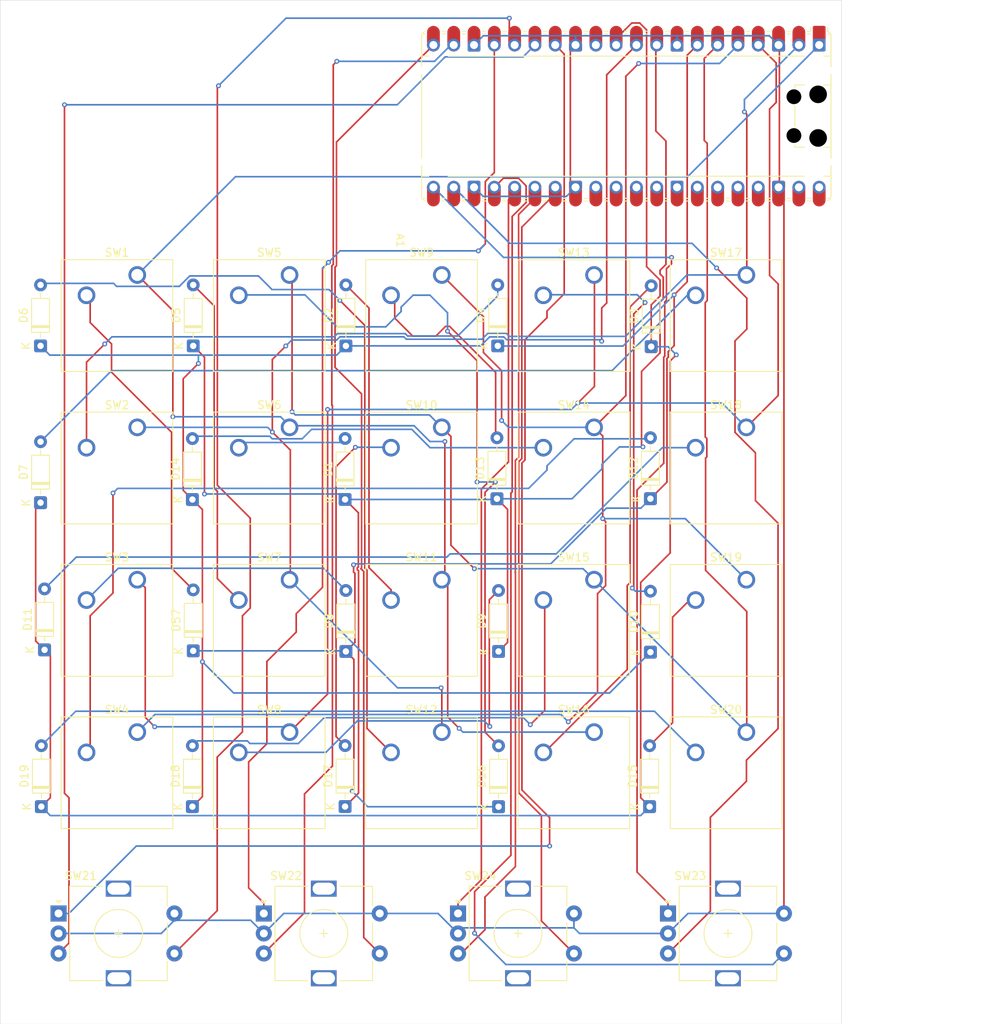
<source format=kicad_pcb>
(kicad_pcb (version 20241229) (generator "pcbnew") (generator_version "9.0")
  (layers (0 "F.Cu" signal) (2 "B.Cu" signal) (13 "F.Paste" user) (15 "B.Paste" user) (5 "F.SilkS" user "F.Silkscreen") (7 "B.SilkS" user "B.Silkscreen") (1 "F.Mask" user) (3 "B.Mask" user) (25 "Edge.Cuts" user))
  (net 0 "")
  (net 1 "GPIO13")
  (net 2 "COLUMN 2")
  (net 4 "GPIO21")
  (net 5 "ROW 1")
  (net 6 "GPIO10")
  (net 8 "COLUMN 0")
  (net 9 "GPIO20")
  (net 11 "GPIO14")
  (net 12 "ROW 3")
  (net 13 "COLUMN 1")
  (net 14 "ROW 2")
  (net 15 "COLUMN 3")
  (net 16 "GPIO11")
  (net 17 "GPIO16")
  (net 18 "GPIO17")
  (net 19 "GND")
  (net 20 "GPIO18")
  (net 23 "ROW 0")
  (net 24 "COLUMN 4")
  (net 26 "GPIO15")
  (net 28 "GPIO12")
  (net 36 "GPIO19")
  (net 41 "Net-(D1-A)")
  (net 42 "Net-(D2-A)")
  (net 43 "Net-(D3-A)")
  (net 44 "Net-(D4-A)")
  (net 45 "Net-(D5-A)")
  (net 46 "Net-(D6-A)")
  (net 47 "Net-(D7-A)")
  (net 48 "Net-(D8-A)")
  (net 49 "Net-(D9-A)")
  (net 50 "Net-(D10-A)")
  (net 51 "Net-(D11-A)")
  (net 52 "Net-(D12-A)")
  (net 53 "Net-(D13-A)")
  (net 54 "Net-(D14-A)")
  (net 55 "Net-(D15-A)")
  (net 56 "Net-(D16-A)")
  (net 57 "Net-(D17-A)")
  (net 58 "Net-(D18-A)")
  (net 59 "Net-(D19-A)")
  (net 60 "Net-(D57-A)")
  (footprint "Diode_THT:D_DO-35_SOD27_P7.62mm_Horizontal" (layer "F.Cu") (at 249.0975 203.295 90)
    (property "Reference" "D5")
    (property "Value" "D_Small")
  )
  (footprint "Button_Switch_Keyboard:SW_Cherry_MX_1.00u_PCB" (layer "F.Cu") (at 318.3 194.43)
    (property "Reference" "SW17")
    (property "Value" "SW_Push_45deg")
  )
  (footprint "Diode_THT:D_DO-35_SOD27_P7.62mm_Horizontal" (layer "F.Cu") (at 306.2975 222.395 90)
    (property "Reference" "D12")
    (property "Value" "D_Small")
  )
  (footprint "Diode_THT:D_DO-35_SOD27_P7.62mm_Horizontal" (layer "F.Cu") (at 268.1975 241.495 90)
    (property "Reference" "D8")
    (property "Value" "D_Small")
  )
  (footprint "Button_Switch_Keyboard:SW_Cherry_MX_1.00u_PCB" (layer "F.Cu") (at 242.1 232.53)
    (property "Reference" "SW3")
    (property "Value" "SW_Push_45deg")
  )
  (footprint "Diode_THT:D_DO-35_SOD27_P7.62mm_Horizontal" (layer "F.Cu") (at 248.9975 222.505 90)
    (property "Reference" "D14")
    (property "Value" "D_Small")
  )
  (footprint "Diode_THT:D_DO-35_SOD27_P7.62mm_Horizontal" (layer "F.Cu") (at 287.2975 241.495 90)
    (property "Reference" "D9")
    (property "Value" "D_Small")
  )
  (footprint "Diode_THT:D_DO-35_SOD27_P7.62mm_Horizontal" (layer "F.Cu") (at 230.4975 241.295 90)
    (property "Reference" "D11")
    (property "Value" "D_Small")
  )
  (footprint "Diode_THT:D_DO-35_SOD27_P7.62mm_Horizontal" (layer "F.Cu") (at 287.0975 222.405 90)
    (property "Reference" "D13")
    (property "Value" "D_Small")
  )
  (footprint "Diode_THT:D_DO-35_SOD27_P7.62mm_Horizontal" (layer "F.Cu") (at 287.1975 203.295 90)
    (property "Reference" "D4")
    (property "Value" "D_Small")
  )
  (footprint "Button_Switch_Keyboard:SW_Cherry_MX_1.00u_PCB" (layer "F.Cu") (at 318.3 213.48)
    (property "Reference" "SW18")
    (property "Value" "SW_Push_45deg")
  )
  (footprint "Button_Switch_Keyboard:SW_Cherry_MX_1.00u_PCB" (layer "F.Cu") (at 299.25 232.53)
    (property "Reference" "SW15")
    (property "Value" "SW_Push_45deg")
  )
  (footprint "Button_Switch_Keyboard:SW_Cherry_MX_1.00u_PCB" (layer "F.Cu") (at 261.15 232.53)
    (property "Reference" "SW7")
    (property "Value" "SW_Push_45deg")
  )
  (footprint "Button_Switch_Keyboard:SW_Cherry_MX_1.00u_PCB" (layer "F.Cu") (at 280.2 194.43)
    (property "Reference" "SW9")
    (property "Value" "SW_Push_45deg")
  )
  (footprint "Rotary_Encoder:RotaryEncoder_Alps_EC11E-Switch_Vertical_H20mm" (layer "F.Cu") (at 282.2295 274.25)
    (property "Reference" "SW24")
    (property "Value" "RotaryEncoder_Switch")
  )
  (footprint "Button_Switch_Keyboard:SW_Cherry_MX_1.00u_PCB" (layer "F.Cu") (at 318.3 232.53)
    (property "Reference" "SW19")
    (property "Value" "SW_Push_45deg")
  )
  (footprint "Diode_THT:D_DO-35_SOD27_P7.62mm_Horizontal" (layer "F.Cu") (at 248.9975 260.895 90)
    (property "Reference" "D18")
    (property "Value" "D_Small")
  )
  (footprint "Diode_THT:D_DO-35_SOD27_P7.62mm_Horizontal" (layer "F.Cu") (at 268.1975 203.295 90)
    (property "Reference" "D2")
    (property "Value" "D_Small")
  )
  (footprint "Diode_THT:D_DO-35_SOD27_P7.62mm_Horizontal" (layer "F.Cu") (at 287.2975 260.905 90)
    (property "Reference" "D16")
    (property "Value" "D_Small")
  )
  (footprint "Diode_THT:D_DO-35_SOD27_P7.62mm_Horizontal" (layer "F.Cu") (at 306.3975 203.395 90)
    (property "Reference" "D3")
    (property "Value" "D_Small")
  )
  (footprint "Button_Switch_Keyboard:SW_Cherry_MX_1.00u_PCB" (layer "F.Cu") (at 280.2 213.48)
    (property "Reference" "SW10")
    (property "Value" "SW_Push_45deg")
  )
  (footprint "Button_Switch_Keyboard:SW_Cherry_MX_1.00u_PCB" (layer "F.Cu") (at 242.1 194.43)
    (property "Reference" "SW1")
    (property "Value" "SW_Push_45deg")
  )
  (footprint "Button_Switch_Keyboard:SW_Cherry_MX_1.00u_PCB" (layer "F.Cu") (at 299.25 213.48)
    (property "Reference" "SW14")
    (property "Value" "SW_Push_45deg")
  )
  (footprint "Button_Switch_Keyboard:SW_Cherry_MX_1.00u_PCB" (layer "F.Cu") (at 280.2 232.53)
    (property "Reference" "SW11")
    (property "Value" "SW_Push_45deg")
  )
  (footprint "Rotary_Encoder:RotaryEncoder_Alps_EC11E-Switch_Vertical_H20mm" (layer "F.Cu") (at 308.5 274.25)
    (property "Reference" "SW23")
    (property "Value" "RotaryEncoder_Switch")
  )
  (footprint "Rotary_Encoder:RotaryEncoder_Alps_EC11E-Switch_Vertical_H20mm" (layer "F.Cu") (at 232.25 274.25)
    (property "Reference" "SW21")
    (property "Value" "RotaryEncoder_Switch")
  )
  (footprint "Diode_THT:D_DO-35_SOD27_P7.62mm_Horizontal" (layer "F.Cu") (at 306.2975 241.585 90)
    (property "Reference" "D10")
    (property "Value" "D_Small")
  )
  (footprint "Diode_THT:D_DO-35_SOD27_P7.62mm_Horizontal" (layer "F.Cu") (at 230.0975 260.895 90)
    (property "Reference" "D19")
    (property "Value" "D_Small")
  )
  (footprint "Rotary_Encoder:RotaryEncoder_Alps_EC11E-Switch_Vertical_H20mm" (layer "F.Cu") (at 257.9295 274.25)
    (property "Reference" "SW22")
    (property "Value" "RotaryEncoder_Switch")
  )
  (footprint "Diode_THT:D_DO-35_SOD27_P7.62mm_Horizontal" (layer "F.Cu") (at 268.0975 260.885 90)
    (property "Reference" "D17")
    (property "Value" "D_Small")
  )
  (footprint "Button_Switch_Keyboard:SW_Cherry_MX_1.00u_PCB" (layer "F.Cu") (at 242.1 251.58)
    (property "Reference" "SW4")
    (property "Value" "SW_Push_45deg")
  )
  (footprint "Diode_THT:D_DO-35_SOD27_P7.62mm_Horizontal" (layer "F.Cu") (at 306.1975 260.895 90)
    (property "Reference" "D15")
    (property "Value" "D_Small")
  )
  (footprint "Button_Switch_Keyboard:SW_Cherry_MX_1.00u_PCB" (layer "F.Cu") (at 261.15 194.43)
    (property "Reference" "SW5")
    (property "Value" "SW_Push_45deg")
  )
  (footprint "Button_Switch_Keyboard:SW_Cherry_MX_1.00u_PCB" (layer "F.Cu") (at 318.3 251.58)
    (property "Reference" "SW20")
    (property "Value" "SW_Push_45deg")
  )
  (footprint "Diode_THT:D_DO-35_SOD27_P7.62mm_Horizontal" (layer "F.Cu") (at 249.0975 241.42 90)
    (property "Reference" "D57")
    (property "Value" "1N4148")
  )
  (footprint "Button_Switch_Keyboard:SW_Cherry_MX_1.00u_PCB" (layer "F.Cu") (at 299.25 251.58)
    (property "Reference" "SW16")
    (property "Value" "SW_Push_45deg")
  )
  (footprint "Module:RaspberryPi_Pico_Common_Unspecified" (layer "F.Cu") (at 303.28 174.575 -90)
    (property "Reference" "A1")
    (property "Value" "RaspberryPi_Pico")
  )
  (footprint "Button_Switch_Keyboard:SW_Cherry_MX_1.00u_PCB" (layer "F.Cu") (at 280.2 251.58)
    (property "Reference" "SW12")
    (property "Value" "SW_Push_45deg")
  )
  (footprint "Button_Switch_Keyboard:SW_Cherry_MX_1.00u_PCB" (layer "F.Cu") (at 242.1 213.48)
    (property "Reference" "SW2")
    (property "Value" "SW_Push_45deg")
  )
  (footprint "Diode_THT:D_DO-35_SOD27_P7.62mm_Horizontal" (layer "F.Cu") (at 229.9975 203.295 90)
    (property "Reference" "D6")
    (property "Value" "D_Small")
  )
  (footprint "Diode_THT:D_DO-35_SOD27_P7.62mm_Horizontal" (layer "F.Cu") (at 268.0975 222.495 90)
    (property "Reference" "D1")
    (property "Value" "D_Small")
  )
  (footprint "Button_Switch_Keyboard:SW_Cherry_MX_1.00u_PCB" (layer "F.Cu") (at 299.25 194.43)
    (property "Reference" "SW13")
    (property "Value" "SW_Push_45deg")
  )
  (footprint "Diode_THT:D_DO-35_SOD27_P7.62mm_Horizontal" (layer "F.Cu") (at 229.9975 222.895 90)
    (property "Reference" "D7")
    (property "Value" "D_Small")
  )
  (footprint "Button_Switch_Keyboard:SW_Cherry_MX_1.00u_PCB" (layer "F.Cu") (at 261.15 251.58)
    (property "Reference" "SW8")
    (property "Value" "SW_Push_45deg")
  )
  (footprint "Button_Switch_Keyboard:SW_Cherry_MX_1.00u_PCB" (layer "F.Cu") (at 261.15 213.48)
    (property "Reference" "SW6")
    (property "Value" "SW_Push_45deg")
  )
  (gr_rect (start 224.95 160.08) (end 330.2 288.08) (stroke (width 0.05)) (fill no) (layer "Edge.Cuts"))
  (segment (start 258.3143 253.0303) (end 258.3143 242.7417) (width 0.2) (layer "F.Cu") (net 1))
  (segment (start 256.029 271.0478) (end 256.029 255.3156) (width 0.2) (layer "F.Cu") (net 1))
  (segment (start 266.018 192.8569) (end 265.2757 193.5992) (width 0.2) (layer "F.Cu") (net 1))
  (segment (start 285.6431 182.742) (end 286.77 181.6151) (width 0.2) (layer "F.Cu") (net 1))
  (segment (start 258.3143 242.7417) (end 261.9851 239.0709) (width 0.2) (layer "F.Cu") (net 1))
  (segment (start 284.7704 191.4127) (end 285.5067 190.6764) (width 0.2) (layer "F.Cu") (net 1))
  (segment (start 265.2757 193.5992) (end 266.018 192.8569) (width 0.2) (layer "F.Cu") (net 1))
  (segment (start 256.029 255.3156) (end 258.3143 253.0303) (width 0.2) (layer "F.Cu") (net 1))
  (segment (start 285.5067 190.6764) (end 284.7704 191.4127) (width 0.2) (layer "F.Cu") (net 1))
  (segment (start 286.77 181.6151) (end 286.77 165.685) (width 0.2) (layer "F.Cu") (net 1))
  (segment (start 257.9295 274.25) (end 257.9295 272.9483) (width 0.2) (layer "F.Cu") (net 1))
  (segment (start 285.6431 190.54) (end 285.6431 182.742) (width 0.2) (layer "F.Cu") (net 1))
  (segment (start 265.2757 193.5992) (end 266.018 192.8569) (width 0.2) (layer "F.Cu") (net 1))
  (segment (start 286.77 165.685) (end 286.77 164.885) (width 0.2) (layer "F.Cu") (net 1))
  (segment (start 284.7704 191.4127) (end 285.6431 190.54) (width 0.2) (layer "F.Cu") (net 1))
  (segment (start 265.2757 233.4843) (end 265.2757 193.5992) (width 0.2) (layer "F.Cu") (net 1))
  (segment (start 261.9851 236.7749) (end 265.2757 233.4843) (width 0.2) (layer "F.Cu") (net 1))
  (segment (start 261.9851 239.0709) (end 261.9851 236.7749) (width 0.2) (layer "F.Cu") (net 1))
  (segment (start 257.9295 272.9483) (end 256.029 271.0478) (width 0.2) (layer "F.Cu") (net 1))
  (via (at 266.018 192.8569) (size 0.6) (drill 0.3) (layers "F.Cu" "B.Cu") (net 1))
  (via (at 284.7704 191.4127) (size 0.6) (drill 0.3) (layers "F.Cu" "B.Cu") (net 1))
  (segment (start 285.5067 190.6764) (end 284.7704 191.4127) (width 0.2) (layer "B.Cu") (net 1))
  (segment (start 284.7704 191.4127) (end 285.5067 190.6764) (width 0.2) (layer "B.Cu") (net 1))
  (segment (start 266.018 192.8569) (end 267.4622 191.4127) (width 0.2) (layer "B.Cu") (net 1))
  (segment (start 267.4622 191.4127) (end 284.7704 191.4127) (width 0.2) (layer "B.Cu") (net 1))
  (segment (start 265.2757 193.5992) (end 266.018 192.8569) (width 0.2) (layer "B.Cu") (net 1))
  (segment (start 266.018 192.8569) (end 265.2757 193.5992) (width 0.2) (layer "B.Cu") (net 1))
  (segment (start 244.2772 250.9125) (end 243.9535 250.5888) (width 0.2) (layer "F.Cu") (net 2))
  (segment (start 322.0317 172.8541) (end 321.2068 173.679) (width 0.2) (layer "F.Cu") (net 2))
  (segment (start 322.0317 167.9267) (end 322.0317 172.8541) (width 0.2) (layer "F.Cu") (net 2))
  (segment (start 322.28 195.5602) (end 322.28 209.5) (width 0.2) (layer "F.Cu") (net 2))
  (segment (start 299.2953 208.3628) (end 297.2172 210.4409) (width 0.2) (layer "F.Cu") (net 2))
  (segment (start 299.25 194.43) (end 299.2953 194.4753) (width 0.2) (layer "F.Cu") (net 2))
  (segment (start 321.2068 173.679) (end 321.2068 194.487) (width 0.2) (layer "F.Cu") (net 2))
  (segment (start 322.28 209.5) (end 318.3 213.48) (width 0.2) (layer "F.Cu") (net 2))
  (segment (start 242.1 232.53) (end 243.0998 233.5298) (width 0.2) (layer "F.Cu") (net 2))
  (segment (start 265.913 211.2434) (end 265.9129 211.2434) (width 0.2) (layer "F.Cu") (net 2))
  (segment (start 319.79 165.685) (end 322.0317 167.9267) (width 0.2) (layer "F.Cu") (net 2))
  (segment (start 299.2953 194.4753) (end 299.2953 208.3628) (width 0.2) (layer "F.Cu") (net 2))
  (segment (start 265.9129 246.8171) (end 265.9129 211.2434) (width 0.2) (layer "F.Cu") (net 2))
  (segment (start 319.79 164.885) (end 319.79 165.685) (width 0.2) (layer "F.Cu") (net 2))
  (segment (start 243.9535 250.5888) (end 244.2772 250.9125) (width 0.2) (layer "F.Cu") (net 2))
  (segment (start 261.15 251.58) (end 265.9129 246.8171) (width 0.2) (layer "F.Cu") (net 2))
  (segment (start 265.9129 211.2434) (end 265.913 211.2434) (width 0.2) (layer "F.Cu") (net 2))
  (segment (start 321.2068 194.487) (end 322.28 195.5602) (width 0.2) (layer "F.Cu") (net 2))
  (segment (start 265.9129 211.2434) (end 265.913 211.2434) (width 0.2) (layer "F.Cu") (net 2))
  (segment (start 243.0998 249.7351) (end 244.2772 250.9125) (width 0.2) (layer "F.Cu") (net 2))
  (segment (start 243.0998 233.5298) (end 243.0998 249.7351) (width 0.2) (layer "F.Cu") (net 2))
  (via (at 244.2772 250.9125) (size 0.6) (drill 0.3) (layers "F.Cu" "B.Cu") (net 2))
  (via (at 265.913 211.2434) (size 0.6) (drill 0.3) (layers "F.Cu" "B.Cu") (net 2))
  (via (at 297.2172 210.4409) (size 0.6) (drill 0.3) (layers "F.Cu" "B.Cu") (net 2))
  (segment (start 296.4147 211.2434) (end 265.913 211.2434) (width 0.2) (layer "B.Cu") (net 2))
  (segment (start 297.2172 210.4409) (end 315.2609 210.4409) (width 0.2) (layer "B.Cu") (net 2))
  (segment (start 244.2772 250.9125) (end 260.4825 250.9125) (width 0.2) (layer "B.Cu") (net 2))
  (segment (start 244.2772 250.9125) (end 243.9535 250.5888) (width 0.2) (layer "B.Cu") (net 2))
  (segment (start 265.9129 211.2434) (end 265.913 211.2434) (width 0.2) (layer "B.Cu") (net 2))
  (segment (start 260.4825 250.9125) (end 261.15 251.58) (width 0.2) (layer "B.Cu") (net 2))
  (segment (start 297.2172 210.4409) (end 296.4147 211.2434) (width 0.2) (layer "B.Cu") (net 2))
  (segment (start 243.9535 250.5888) (end 244.2772 250.9125) (width 0.2) (layer "B.Cu") (net 2))
  (segment (start 265.913 211.2434) (end 265.9129 211.2434) (width 0.2) (layer "B.Cu") (net 2))
  (segment (start 315.2609 210.4409) (end 318.3 213.48) (width 0.2) (layer "B.Cu") (net 2))
  (segment (start 290.2247 259.5782) (end 292.6601 262.0136) (width 0.2) (layer "F.Cu") (net 4))
  (segment (start 289.823 259.1765) (end 289.823 217.7684) (width 0.2) (layer "F.Cu") (net 4))
  (segment (start 290.206 217.3854) (end 290.206 188.449) (width 0.2) (layer "F.Cu") (net 4))
  (segment (start 290.0584 259.4119) (end 290.2247 259.5782) (width 0.2) (layer "F.Cu") (net 4))
  (segment (start 290.0584 259.4119) (end 290.2247 259.5782) (width 0.2) (layer "F.Cu") (net 4))
  (segment (start 290.206 188.449) (end 294.39 184.265) (width 0.2) (layer "F.Cu") (net 4))
  (segment (start 290.0584 259.4119) (end 289.823 259.1765) (width 0.2) (layer "F.Cu") (net 4))
  (segment (start 289.823 217.7684) (end 290.206 217.3854) (width 0.2) (layer "F.Cu") (net 4))
  (segment (start 294.39 184.265) (end 294.39 183.465) (width 0.2) (layer "F.Cu") (net 4))
  (segment (start 292.6601 275.1806) (end 296.7295 279.25) (width 0.2) (layer "F.Cu") (net 4))
  (segment (start 292.6601 262.0136) (end 292.6601 275.1806) (width 0.2) (layer "F.Cu") (net 4))
  (segment (start 269.6296 231.0464) (end 269.7605 230.9155) (width 0.2) (layer "F.Cu") (net 5))
  (segment (start 307.9019 194.7085) (end 307.6665 194.4731) (width 0.2) (layer "F.Cu") (net 5))
  (segment (start 269.7802 231.4171) (end 269.6296 231.2665) (width 0.2) (layer "F.Cu") (net 5))
  (segment (start 308.2396 177.6919) (end 306.9775 176.4298) (width 0.2) (layer "F.Cu") (net 5))
  (segment (start 306.9775 165.7975) (end 307.09 165.685) (width 0.2) (layer "F.Cu") (net 5))
  (segment (start 308.2396 193.107) (end 308.2396 177.6919) (width 0.2) (layer "F.Cu") (net 5))
  (segment (start 287.0975 222.405) (end 288.425 223.7325) (width 0.2) (layer "F.Cu") (net 5))
  (segment (start 249.0975 203.295) (end 250.5057 204.7032) (width 0.2) (layer "F.Cu") (net 5))
  (segment (start 305.1894 206.4846) (end 307.5002 204.1738) (width 0.2) (layer "F.Cu") (net 5))
  (segment (start 307.6665 194.4731) (end 307.5017 194.3083) (width 0.2) (layer "F.Cu") (net 5))
  (segment (start 268.0975 260.885) (end 269.7802 259.2023) (width 0.2) (layer "F.Cu") (net 5))
  (segment (start 269.7605 230.9155) (end 269.7605 224.158) (width 0.2) (layer "F.Cu") (net 5))
  (segment (start 250.5057 204.7032) (end 250.5057 221.8099) (width 0.2) (layer "F.Cu") (net 5))
  (segment (start 269.7802 259.2023) (end 269.7802 231.4171) (width 0.2) (layer "F.Cu") (net 5))
  (segment (start 307.5002 197.8302) (end 307.9019 197.4285) (width 0.2) (layer "F.Cu") (net 5))
  (segment (start 305.1894 215.7574) (end 305.1894 206.4846) (width 0.2) (layer "F.Cu") (net 5))
  (segment (start 307.5002 204.1738) (end 307.5002 197.8302) (width 0.2) (layer "F.Cu") (net 5))
  (segment (start 307.5017 193.8449) (end 308.2396 193.107) (width 0.2) (layer "F.Cu") (net 5))
  (segment (start 307.9019 197.4285) (end 307.9019 194.7085) (width 0.2) (layer "F.Cu") (net 5))
  (segment (start 307.5017 194.3083) (end 307.5017 193.8449) (width 0.2) (layer "F.Cu") (net 5))
  (segment (start 305.3569 215.9249) (end 305.1894 215.7574) (width 0.2) (layer "F.Cu") (net 5))
  (segment (start 288.425 240.3675) (end 287.2975 241.495) (width 0.2) (layer "F.Cu") (net 5))
  (segment (start 306.9775 176.4298) (end 306.9775 165.7975) (width 0.2) (layer "F.Cu") (net 5))
  (segment (start 307.6665 194.4731) (end 307.5017 194.3083) (width 0.2) (layer "F.Cu") (net 5))
  (segment (start 288.425 223.7325) (end 288.425 240.3675) (width 0.2) (layer "F.Cu") (net 5))
  (segment (start 307.09 165.685) (end 307.09 164.885) (width 0.2) (layer "F.Cu") (net 5))
  (segment (start 269.6296 231.2665) (end 269.6296 231.0464) (width 0.2) (layer "F.Cu") (net 5))
  (segment (start 269.7605 224.158) (end 268.0975 222.495) (width 0.2) (layer "F.Cu") (net 5))
  (via (at 305.3569 215.9249) (size 0.6) (drill 0.3) (layers "F.Cu" "B.Cu") (net 5))
  (via (at 250.5057 221.8099) (size 0.6) (drill 0.3) (layers "F.Cu" "B.Cu") (net 5))
  (segment (start 287.0975 222.405) (end 296.4917 222.405) (width 0.2) (layer "B.Cu") (net 5))
  (segment (start 268.0975 222.495) (end 287.0075 222.495) (width 0.2) (layer "B.Cu") (net 5))
  (segment (start 302.4101 215.9249) (end 305.3569 215.9249) (width 0.2) (layer "B.Cu") (net 5))
  (segment (start 300.239 218.096) (end 302.4101 215.9249) (width 0.2) (layer "B.Cu") (net 5))
  (segment (start 287.0075 222.495) (end 287.0975 222.405) (width 0.2) (layer "B.Cu") (net 5))
  (segment (start 296.4917 222.405) (end 300.239 218.6577) (width 0.2) (layer "B.Cu") (net 5))
  (segment (start 250.5057 221.8099) (end 267.4124 221.8099) (width 0.2) (layer "B.Cu") (net 5))
  (segment (start 300.239 218.6577) (end 300.239 218.096) (width 0.2) (layer "B.Cu") (net 5))
  (segment (start 267.4124 221.8099) (end 268.0975 222.495) (width 0.2) (layer "B.Cu") (net 5))
  (segment (start 293.6862 262.2715) (end 290.2247 258.81) (width 0.2) (layer "F.Cu") (net 6))
  (segment (start 293.3569 198.9377) (end 295.512 196.7826) (width 0.2) (layer "F.Cu") (net 6))
  (segment (start 290.2247 258.81) (end 290.2247 217.9347) (width 0.2) (layer "F.Cu") (net 6))
  (segment (start 293.3569 199.7667) (end 293.3569 198.9377) (width 0.2) (layer "F.Cu") (net 6))
  (segment (start 295.512 196.7826) (end 295.512 166.807) (width 0.2) (layer "F.Cu") (net 6))
  (segment (start 294.39 164.885) (end 294.39 165.685) (width 0.2) (layer "F.Cu") (net 6))
  (segment (start 290.6077 217.5517) (end 290.6077 202.5159) (width 0.2) (layer "F.Cu") (net 6))
  (segment (start 290.6077 202.5159) (end 293.3569 199.7667) (width 0.2) (layer "F.Cu") (net 6))
  (segment (start 293.6862 265.8195) (end 293.6862 262.2715) (width 0.2) (layer "F.Cu") (net 6))
  (segment (start 290.2247 217.9347) (end 290.6077 217.5517) (width 0.2) (layer "F.Cu") (net 6))
  (segment (start 295.512 166.807) (end 294.39 165.685) (width 0.2) (layer "F.Cu") (net 6))
  (via (at 293.6862 265.8195) (size 0.6) (drill 0.3) (layers "F.Cu" "B.Cu") (net 6))
  (segment (start 293.6862 265.8195) (end 241.9822 265.8195) (width 0.2) (layer "B.Cu") (net 6))
  (segment (start 232.25 274.25) (end 233.5517 274.25) (width 0.2) (layer "B.Cu") (net 6))
  (segment (start 241.9822 265.8195) (end 233.5517 274.25) (width 0.2) (layer "B.Cu") (net 6))
  (segment (start 242.1 194.43) (end 246.5512 198.8812) (width 0.2) (layer "F.Cu") (net 8))
  (segment (start 280.9381 233.2681) (end 280.2 232.53) (width 0.2) (layer "F.Cu") (net 8))
  (segment (start 280.9381 249.6823) (end 280.9381 233.2681) (width 0.2) (layer "F.Cu") (net 8))
  (segment (start 327.41 164.885) (end 327.41 165.685) (width 0.2) (layer "F.Cu") (net 8))
  (segment (start 282.367 251.1112) (end 280.9381 249.6823) (width 0.2) (layer "F.Cu") (net 8))
  (segment (start 280.5787 215.25) (end 280.5787 232.1513) (width 0.2) (layer "F.Cu") (net 8))
  (segment (start 246.5512 198.8812) (end 246.5512 212.1543) (width 0.2) (layer "F.Cu") (net 8))
  (segment (start 280.5787 232.1513) (end 280.2 232.53) (width 0.2) (layer "F.Cu") (net 8))
  (via (at 282.367 251.1112) (size 0.6) (drill 0.3) (layers "F.Cu" "B.Cu") (net 8))
  (via (at 246.5512 212.1543) (size 0.6) (drill 0.3) (layers "F.Cu" "B.Cu") (net 8))
  (via (at 280.5787 215.25) (size 0.6) (drill 0.3) (layers "F.Cu" "B.Cu") (net 8))
  (segment (start 246.5512 212.1543) (end 260.0264 212.1543) (width 0.2) (layer "B.Cu") (net 8))
  (segment (start 278.7084 215.25) (end 280.5787 215.25) (width 0.2) (layer "B.Cu") (net 8))
  (segment (start 282.8358 251.58) (end 282.367 251.1112) (width 0.2) (layer "B.Cu") (net 8))
  (segment (start 276.7363 213.2779) (end 278.7084 215.25) (width 0.2) (layer "B.Cu") (net 8))
  (segment (start 310.9521 182.1429) (end 327.41 165.685) (width 0.2) (layer "B.Cu") (net 8))
  (segment (start 299.25 251.58) (end 282.8358 251.58) (width 0.2) (layer "B.Cu") (net 8))
  (segment (start 254.3871 182.1429) (end 310.9521 182.1429) (width 0.2) (layer "B.Cu") (net 8))
  (segment (start 260.0264 212.1543) (end 261.15 213.2779) (width 0.2) (layer "B.Cu") (net 8))
  (segment (start 242.1 194.43) (end 254.3871 182.1429) (width 0.2) (layer "B.Cu") (net 8))
  (segment (start 261.15 213.2779) (end 261.15 213.48) (width 0.2) (layer "B.Cu") (net 8))
  (segment (start 261.15 213.2779) (end 276.7363 213.2779) (width 0.2) (layer "B.Cu") (net 8))
  (segment (start 289.4101 231.6363) (end 289.4026 231.6288) (width 0.2) (layer "F.Cu") (net 9))
  (segment (start 291.85 183.465) (end 291.85 184.265) (width 0.2) (layer "F.Cu") (net 9))
  (segment (start 289.4101 268.3821) (end 289.4101 231.6363) (width 0.2) (layer "F.Cu") (net 9))
  (segment (start 282.2295 279.25) (end 282.6267 279.25) (width 0.2) (layer "F.Cu") (net 9))
  (segment (start 285.5959 276.2808) (end 285.5959 272.1963) (width 0.2) (layer "F.Cu") (net 9))
  (segment (start 289.4041 231.6273) (end 289.4041 217.6193) (width 0.2) (layer "F.Cu") (net 9))
  (segment (start 291.85 184.833) (end 291.85 184.265) (width 0.2) (layer "F.Cu") (net 9))
  (segment (start 289.4041 217.6193) (end 289.8043 217.2191) (width 0.2) (layer "F.Cu") (net 9))
  (segment (start 289.8043 186.8787) (end 291.85 184.833) (width 0.2) (layer "F.Cu") (net 9))
  (segment (start 282.6267 279.25) (end 285.5959 276.2808) (width 0.2) (layer "F.Cu") (net 9))
  (segment (start 289.4101 231.6363) (end 289.4026 231.6288) (width 0.2) (layer "F.Cu") (net 9))
  (segment (start 285.5959 272.1963) (end 289.4101 268.3821) (width 0.2) (layer "F.Cu") (net 9))
  (segment (start 289.4026 231.6288) (end 289.4041 231.6273) (width 0.2) (layer "F.Cu") (net 9))
  (segment (start 289.8043 217.2191) (end 289.8043 186.8787) (width 0.2) (layer "F.Cu") (net 9))
  (segment (start 266.4405 193.2853) (end 266.6197 193.1061) (width 0.2) (layer "F.Cu") (net 11))
  (segment (start 266.6197 168.1614) (end 267.0601 167.721) (width 0.2) (layer "F.Cu") (net 11))
  (segment (start 266.4405 210.6947) (end 266.4405 193.2853) (width 0.2) (layer "F.Cu") (net 11))
  (segment (start 263.0193 274.1602) (end 263.0193 259.3131) (width 0.2) (layer "F.Cu") (net 11))
  (segment (start 281.69 165.685) (end 281.69 164.885) (width 0.2) (layer "F.Cu") (net 11))
  (segment (start 257.9295 279.25) (end 263.0193 274.1602) (width 0.2) (layer "F.Cu") (net 11))
  (segment (start 263.0193 259.3131) (end 266.5147 255.8177) (width 0.2) (layer "F.Cu") (net 11))
  (segment (start 266.6197 193.1061) (end 266.6197 168.1614) (width 0.2) (layer "F.Cu") (net 11))
  (segment (start 266.5147 255.8177) (end 266.5147 210.7689) (width 0.2) (layer "F.Cu") (net 11))
  (segment (start 266.5147 210.7689) (end 266.4405 210.6947) (width 0.2) (layer "F.Cu") (net 11))
  (via (at 267.0601 167.721) (size 0.6) (drill 0.3) (layers "F.Cu" "B.Cu") (net 11))
  (segment (start 281.3281 165.685) (end 281.69 165.685) (width 0.2) (layer "B.Cu") (net 11))
  (segment (start 279.2921 167.721) (end 281.3281 165.685) (width 0.2) (layer "B.Cu") (net 11))
  (segment (start 267.0601 167.721) (end 279.2921 167.721) (width 0.2) (layer "B.Cu") (net 11))
  (segment (start 305.0796 232.8683) (end 308.7697 229.1782) (width 0.2) (layer "F.Cu") (net 12))
  (segment (start 305.82 163.7922) (end 304.9579 162.9301) (width 0.2) (layer "F.Cu") (net 12))
  (segment (start 231.2274 242.0249) (end 230.4975 241.295) (width 0.2) (layer "F.Cu") (net 12))
  (segment (start 307.5002 195.075) (end 305.82 193.3948) (width 0.2) (layer "F.Cu") (net 12))
  (segment (start 306.3975 198.165) (end 307.5002 197.0623) (width 0.2) (layer "F.Cu") (net 12))
  (segment (start 307.5002 197.0623) (end 307.5002 195.075) (width 0.2) (layer "F.Cu") (net 12))
  (segment (start 229.9975 222.895) (end 229.3871 223.5054) (width 0.2) (layer "F.Cu") (net 12))
  (segment (start 306.3975 203.395) (end 306.3975 198.165) (width 0.2) (layer "F.Cu") (net 12))
  (segment (start 305.0796 259.7771) (end 305.0796 232.8683) (width 0.2) (layer "F.Cu") (net 12))
  (segment (start 306.1975 260.895) (end 305.0796 259.7771) (width 0.2) (layer "F.Cu") (net 12))
  (segment (start 308.7697 229.1782) (end 308.7697 205.1803) (width 0.2) (layer "F.Cu") (net 12))
  (segment (start 231.2274 259.7651) (end 231.2274 242.0249) (width 0.2) (layer "F.Cu") (net 12))
  (segment (start 305.82 193.3948) (end 305.82 163.7922) (width 0.2) (layer "F.Cu") (net 12))
  (segment (start 308.7697 205.1803) (end 309.5334 204.4166) (width 0.2) (layer "F.Cu") (net 12))
  (segment (start 230.0975 260.895) (end 231.2274 259.7651) (width 0.2) (layer "F.Cu") (net 12))
  (segment (start 229.3871 223.5054) (end 229.3871 240.1846) (width 0.2) (layer "F.Cu") (net 12))
  (segment (start 229.3871 240.1846) (end 230.4975 241.295) (width 0.2) (layer "F.Cu") (net 12))
  (segment (start 302.01 164.885) (end 302.01 165.685) (width 0.2) (layer "F.Cu") (net 12))
  (segment (start 303.9649 162.9301) (end 302.01 164.885) (width 0.2) (layer "F.Cu") (net 12))
  (segment (start 304.9579 162.9301) (end 303.9649 162.9301) (width 0.2) (layer "F.Cu") (net 12))
  (via (at 309.5334 204.4166) (size 0.6) (drill 0.3) (layers "F.Cu" "B.Cu") (net 12))
  (segment (start 305.0783 262.0142) (end 231.2167 262.0142) (width 0.2) (layer "B.Cu") (net 12))
  (segment (start 306.3975 203.395) (end 308.5118 203.395) (width 0.2) (layer "B.Cu") (net 12))
  (segment (start 306.1975 260.895) (end 305.0783 262.0142) (width 0.2) (layer "B.Cu") (net 12))
  (segment (start 231.2167 262.0142) (end 230.0975 260.895) (width 0.2) (layer "B.Cu") (net 12))
  (segment (start 308.5118 203.395) (end 309.5334 204.4166) (width 0.2) (layer "B.Cu") (net 12))
  (segment (start 280.1104 246.046) (end 280.1999 246.1355) (width 0.2) (layer "F.Cu") (net 13))
  (segment (start 258.996 204.9931) (end 258.996 214.0671) (width 0.2) (layer "F.Cu") (net 13))
  (segment (start 261.249 216.3201) (end 258.996 214.0671) (width 0.2) (layer "F.Cu") (net 13))
  (segment (start 318.355 174.3345) (end 318.355 194.375) (width 0.2) (layer "F.Cu") (net 13))
  (segment (start 261.249 232.431) (end 261.249 216.3201) (width 0.2) (layer "F.Cu") (net 13))
  (segment (start 260.6827 203.3064) (end 258.996 204.9931) (width 0.2) (layer "F.Cu") (net 13))
  (segment (start 318.0591 174.0386) (end 318.355 174.3345) (width 0.2) (layer "F.Cu") (net 13))
  (segment (start 324.87 165.685) (end 324.87 164.885) (width 0.2) (layer "F.Cu") (net 13))
  (segment (start 280.1999 246.1355) (end 280.2 246.1355) (width 0.2) (layer "F.Cu") (net 13))
  (segment (start 318.355 194.375) (end 318.3 194.43) (width 0.2) (layer "F.Cu") (net 13))
  (segment (start 280.2 246.1355) (end 280.2 251.58) (width 0.2) (layer "F.Cu") (net 13))
  (segment (start 261.15 232.53) (end 261.249 232.431) (width 0.2) (layer "F.Cu") (net 13))
  (via (at 258.996 214.0671) (size 0.6) (drill 0.3) (layers "F.Cu" "B.Cu") (net 13))
  (via (at 280.1104 246.046) (size 0.6) (drill 0.3) (layers "F.Cu" "B.Cu") (net 13))
  (via (at 260.6827 203.3064) (size 0.6) (drill 0.3) (layers "F.Cu" "B.Cu") (net 13))
  (via (at 318.0591 174.0386) (size 0.6) (drill 0.3) (layers "F.Cu" "B.Cu") (net 13))
  (segment (start 318.0591 172.4959) (end 318.0591 174.0386) (width 0.2) (layer "B.Cu") (net 13))
  (segment (start 310.8553 194.43) (end 303.1761 202.1092) (width 0.2) (layer "B.Cu") (net 13))
  (segment (start 274.666 246.046) (end 280.1104 246.046) (width 0.2) (layer "B.Cu") (net 13))
  (segment (start 267.0487 202.5624) (end 261.4267 202.5624) (width 0.2) (layer "B.Cu") (net 13))
  (segment (start 261.15 232.53) (end 274.666 246.046) (width 0.2) (layer "B.Cu") (net 13))
  (segment (start 267.4488 202.1622) (end 267.0487 202.5623) (width 0.2) (layer "B.Cu") (net 13))
  (segment (start 258.4089 213.48) (end 242.1 213.48) (width 0.2) (layer "B.Cu") (net 13))
  (segment (start 261.4267 202.5624) (end 260.6827 203.3064) (width 0.2) (layer "B.Cu") (net 13))
  (segment (start 267.0487 202.5623) (end 267.0487 202.5624) (width 0.2) (layer "B.Cu") (net 13))
  (segment (start 275.4574 202.1622) (end 267.4488 202.1622) (width 0.2) (layer "B.Cu") (net 13))
  (segment (start 303.1761 202.1092) (end 288.649 202.1092) (width 0.2) (layer "B.Cu") (net 13))
  (segment (start 324.87 165.685) (end 318.0591 172.4959) (width 0.2) (layer "B.Cu") (net 13))
  (segment (start 258.996 214.0671) (end 258.4089 213.48) (width 0.2) (layer "B.Cu") (net 13))
  (segment (start 288.265 201.7252) (end 285.9597 201.7252) (width 0.2) (layer "B.Cu") (net 13))
  (segment (start 318.3 194.43) (end 310.8553 194.43) (width 0.2) (layer "B.Cu") (net 13))
  (segment (start 288.649 202.1092) (end 288.265 201.7252) (width 0.2) (layer "B.Cu") (net 13))
  (segment (start 275.7587 202.4635) (end 275.4574 202.1622) (width 0.2) (layer "B.Cu") (net 13))
  (segment (start 285.9597 201.7252) (end 285.2214 202.4635) (width 0.2) (layer "B.Cu") (net 13))
  (segment (start 285.2214 202.4635) (end 275.7587 202.4635) (width 0.2) (layer "B.Cu") (net 13))
  (segment (start 248.9975 222.505) (end 247.848 221.3555) (width 0.2) (layer "F.Cu") (net 14))
  (segment (start 300.8287 197.9313) (end 300.8287 169.4063) (width 0.2) (layer "F.Cu") (net 14))
  (segment (start 304.55 164.885) (end 304.55 165.685) (width 0.2) (layer "F.Cu") (net 14))
  (segment (start 250.2477 242.7848) (end 250.2477 259.6448) (width 0.2) (layer "F.Cu") (net 14))
  (segment (start 247.848 207.3952) (end 249.7482 205.495) (width 0.2) (layer "F.Cu") (net 14))
  (segment (start 300.2023 198.5577) (end 300.8287 197.9313) (width 0.2) (layer "F.Cu") (net 14))
  (segment (start 300.2023 202.7109) (end 300.2023 198.5577) (width 0.2) (layer "F.Cu") (net 14))
  (segment (start 247.848 221.3555) (end 247.848 207.3952) (width 0.2) (layer "F.Cu") (net 14))
  (segment (start 250.2477 223.7552) (end 250.2477 242.7848) (width 0.2) (layer "F.Cu") (net 14))
  (segment (start 300.8287 169.4063) (end 304.55 165.685) (width 0.2) (layer "F.Cu") (net 14))
  (segment (start 250.2477 259.6448) (end 248.9975 260.895) (width 0.2) (layer "F.Cu") (net 14))
  (segment (start 248.9975 222.505) (end 250.2477 223.7552) (width 0.2) (layer "F.Cu") (net 14))
  (via (at 250.2477 242.7848) (size 0.6) (drill 0.3) (layers "F.Cu" "B.Cu") (net 14))
  (via (at 249.7482 205.495) (size 0.6) (drill 0.3) (layers "F.Cu" "B.Cu") (net 14))
  (via (at 300.2023 202.7109) (size 0.6) (drill 0.3) (layers "F.Cu" "B.Cu") (net 14))
  (segment (start 301.1978 246.6847) (end 254.1476 246.6847) (width 0.2) (layer "B.Cu") (net 14))
  (segment (start 231.1532 204.4507) (end 229.9975 203.295) (width 0.2) (layer "B.Cu") (net 14))
  (segment (start 300.0185 202.5271) (end 300.2023 202.7109) (width 0.2) (layer "B.Cu") (net 14))
  (segment (start 268.1975 203.295) (end 285.0577 203.295) (width 0.2) (layer "B.Cu") (net 14))
  (segment (start 249.7482 204.4507) (end 231.1532 204.4507) (width 0.2) (layer "B.Cu") (net 14))
  (segment (start 306.2975 241.585) (end 301.1978 246.6847) (width 0.2) (layer "B.Cu") (net 14))
  (segment (start 288.311 202.527) (end 288.311 202.5271) (width 0.2) (layer "B.Cu") (net 14))
  (segment (start 285.0577 203.295) (end 286.1758 202.1769) (width 0.2) (layer "B.Cu") (net 14))
  (segment (start 288.311 202.5271) (end 300.0185 202.5271) (width 0.2) (layer "B.Cu") (net 14))
  (segment (start 287.9609 202.1769) (end 288.311 202.527) (width 0.2) (layer "B.Cu") (net 14))
  (segment (start 254.1476 246.6847) (end 250.2477 242.7848) (width 0.2) (layer "B.Cu") (net 14))
  (segment (start 286.1758 202.1769) (end 287.9609 202.1769) (width 0.2) (layer "B.Cu") (net 14))
  (segment (start 268.1975 203.295) (end 267.0418 204.4507) (width 0.2) (layer "B.Cu") (net 14))
  (segment (start 267.0418 204.4507) (end 249.7482 204.4507) (width 0.2) (layer "B.Cu") (net 14))
  (segment (start 249.7482 205.495) (end 249.7482 204.4507) (width 0.2) (layer "B.Cu") (net 14))
  (segment (start 303.2253 169.5919) (end 303.2253 209.5048) (width 0.2) (layer "F.Cu") (net 15))
  (segment (start 285.4068 204.1214) (end 287.6816 206.3962) (width 0.2) (layer "F.Cu") (net 15))
  (segment (start 317.25 165.685) (end 317.25 164.885) (width 0.2) (layer "F.Cu") (net 15))
  (segment (start 296.0156 250.2865) (end 299.6834 246.6187) (width 0.2) (layer "F.Cu") (net 15))
  (segment (start 300.6939 225.2553) (end 300.3308 224.8922) (width 0.2) (layer "F.Cu") (net 15))
  (segment (start 300.3308 214.5607) (end 299.2501 213.48) (width 0.2) (layer "F.Cu") (net 15))
  (segment (start 299.6834 234.2682) (end 300.6939 233.2577) (width 0.2) (layer "F.Cu") (net 15))
  (segment (start 300.6939 233.2577) (end 300.6939 225.2553) (width 0.2) (layer "F.Cu") (net 15))
  (segment (start 303.2253 209.5048) (end 299.2501 213.48) (width 0.2) (layer "F.Cu") (net 15))
  (segment (start 304.8285 167.9887) (end 303.2253 169.5919) (width 0.2) (layer "F.Cu") (net 15))
  (segment (start 299.2501 213.48) (end 299.25 213.48) (width 0.2) (layer "F.Cu") (net 15))
  (segment (start 285.4068 199.6368) (end 285.4068 204.1214) (width 0.2) (layer "F.Cu") (net 15))
  (segment (start 287.6816 206.3962) (end 287.6816 212.6225) (width 0.2) (layer "F.Cu") (net 15))
  (segment (start 300.3308 224.8922) (end 300.3308 214.5607) (width 0.2) (layer "F.Cu") (net 15))
  (segment (start 299.6834 246.6187) (end 299.6834 234.2682) (width 0.2) (layer "F.Cu") (net 15))
  (segment (start 280.2 194.43) (end 285.4068 199.6368) (width 0.2) (layer "F.Cu") (net 15))
  (via (at 304.8285 167.9887) (size 0.6) (drill 0.3) (layers "F.Cu" "B.Cu") (net 15))
  (via (at 296.0156 250.2865) (size 0.6) (drill 0.3) (layers "F.Cu" "B.Cu") (net 15))
  (via (at 300.3308 224.8922) (size 0.6) (drill 0.3) (layers "F.Cu" "B.Cu") (net 15))
  (via (at 287.6816 212.6225) (size 0.6) (drill 0.3) (layers "F.Cu" "B.Cu") (net 15))
  (segment (start 310.6622 224.8922) (end 300.3308 224.8922) (width 0.2) (layer "B.Cu") (net 15))
  (segment (start 296.0156 250.2865) (end 295.104 249.3749) (width 0.2) (layer "B.Cu") (net 15))
  (segment (start 299.25 213.48) (end 288.5391 213.48) (width 0.2) (layer "B.Cu") (net 15))
  (segment (start 317.25 165.685) (end 314.9463 167.9887) (width 0.2) (layer "B.Cu") (net 15))
  (segment (start 295.104 249.3749) (end 244.3051 249.3749) (width 0.2) (layer "B.Cu") (net 15))
  (segment (start 318.3 232.53) (end 310.6622 224.8922) (width 0.2) (layer "B.Cu") (net 15))
  (segment (start 314.9463 167.9887) (end 304.8285 167.9887) (width 0.2) (layer "B.Cu") (net 15))
  (segment (start 244.3051 249.3749) (end 242.1 251.58) (width 0.2) (layer "B.Cu") (net 15))
  (segment (start 288.5391 213.48) (end 287.6816 212.6225) (width 0.2) (layer "B.Cu") (net 15))
  (segment (start 232.9921 259.2186) (end 232.9921 173.1511) (width 0.2) (layer "F.Cu") (net 16))
  (segment (start 233.5566 259.7831) (end 232.9921 259.2186) (width 0.2) (layer "F.Cu") (net 16))
  (segment (start 232.9921 173.1511) (end 232.992 173.1511) (width 0.2) (layer "F.Cu") (net 16))
  (segment (start 291.85 165.685) (end 291.85 164.885) (width 0.2) (layer "F.Cu") (net 16))
  (segment (start 232.25 279.25) (end 233.5566 277.9434) (width 0.2) (layer "F.Cu") (net 16))
  (segment (start 233.5566 277.9434) (end 233.5566 259.7831) (width 0.2) (layer "F.Cu") (net 16))
  (via (at 232.992 173.1511) (size 0.6) (drill 0.3) (layers "F.Cu" "B.Cu") (net 16))
  (segment (start 274.6302 173.1511) (end 280.4519 167.3294) (width 0.2) (layer "B.Cu") (net 16))
  (segment (start 280.6182 167.1631) (end 290.3719 167.1631) (width 0.2) (layer "B.Cu") (net 16))
  (segment (start 232.992 173.1511) (end 274.6302 173.1511) (width 0.2) (layer "B.Cu") (net 16))
  (segment (start 280.4519 167.3294) (end 280.6182 167.1631) (width 0.2) (layer "B.Cu") (net 16))
  (segment (start 280.4519 167.3294) (end 280.6182 167.1631) (width 0.2) (layer "B.Cu") (net 16))
  (segment (start 290.3719 167.1631) (end 291.85 165.685) (width 0.2) (layer "B.Cu") (net 16))
  (segment (start 308.3036 193.658) (end 308.3036 197.5948) (width 0.2) (layer "F.Cu") (net 17))
  (segment (start 308.3036 197.5948) (end 308.0933 197.8051) (width 0.2) (layer "F.Cu") (net 17))
  (segment (start 279.15 183.465) (end 279.15 184.265) (width 0.2) (layer "F.Cu") (net 17))
  (segment (start 308.9383 192.2366) (end 308.9383 193.0233) (width 0.2) (layer "F.Cu") (net 17))
  (segment (start 307.9648 217.9662) (end 304.6279 221.3031) (width 0.2) (layer "F.Cu") (net 17))
  (segment (start 308.5 274.25) (end 308.5 272.9483) (width 0.2) (layer "F.Cu") (net 17))
  (segment (start 308.0933 197.8051) (end 308.0933 204.5756) (width 0.2) (layer "F.Cu") (net 17))
  (segment (start 307.9648 204.7041) (end 307.9648 217.9662) (width 0.2) (layer "F.Cu") (net 17))
  (segment (start 308.9383 193.0233) (end 308.3036 193.658) (width 0.2) (layer "F.Cu") (net 17))
  (segment (start 304.6279 221.3031) (end 304.6279 269.0762) (width 0.2) (layer "F.Cu") (net 17))
  (segment (start 304.6279 269.0762) (end 308.5 272.9483) (width 0.2) (layer "F.Cu") (net 17))
  (segment (start 308.0933 204.5756) (end 307.9648 204.7041) (width 0.2) (layer "F.Cu") (net 17))
  (via (at 308.9383 192.2366) (size 0.6) (drill 0.3) (layers "F.Cu" "B.Cu") (net 17))
  (segment (start 279.15 183.465) (end 287.9216 192.2366) (width 0.2) (layer "B.Cu") (net 17))
  (segment (start 287.9216 192.2366) (end 308.9383 192.2366) (width 0.2) (layer "B.Cu") (net 17))
  (segment (start 318.3572 201.1929) (end 318.3572 197.3285) (width 0.2) (layer "F.Cu") (net 18))
  (segment (start 313.7968 273.9532) (end 313.7968 262.2319) (width 0.2) (layer "F.Cu") (net 18))
  (segment (start 308.5 279.25) (end 313.7968 273.9532) (width 0.2) (layer "F.Cu") (net 18))
  (segment (start 318.3572 197.3285) (end 314.5813 193.5526) (width 0.2) (layer "F.Cu") (net 18))
  (segment (start 318.3117 255.0912) (end 322.2628 251.1401) (width 0.2) (layer "F.Cu") (net 18))
  (segment (start 316.8809 214.1094) (end 316.8809 202.6692) (width 0.2) (layer "F.Cu") (net 18))
  (segment (start 322.2628 251.1401) (end 322.2628 225.4596) (width 0.2) (layer "F.Cu") (net 18))
  (segment (start 281.69 183.465) (end 281.69 184.265) (width 0.2) (layer "F.Cu") (net 18))
  (segment (start 319.4383 216.6668) (end 316.8809 214.1094) (width 0.2) (layer "F.Cu") (net 18))
  (segment (start 313.7968 262.2319) (end 318.3117 257.717) (width 0.2) (layer "F.Cu") (net 18))
  (segment (start 318.3117 257.717) (end 318.3117 255.0912) (width 0.2) (layer "F.Cu") (net 18))
  (segment (start 322.2628 225.4596) (end 319.4383 222.6351) (width 0.2) (layer "F.Cu") (net 18))
  (segment (start 316.8809 202.6692) (end 318.3572 201.1929) (width 0.2) (layer "F.Cu") (net 18))
  (segment (start 319.4383 222.6351) (end 319.4383 216.6668) (width 0.2) (layer "F.Cu") (net 18))
  (via (at 314.5813 193.5526) (size 0.6) (drill 0.3) (layers "F.Cu" "B.Cu") (net 18))
  (segment (start 288.7012 190.4762) (end 311.5049 190.4762) (width 0.2) (layer "B.Cu") (net 18))
  (segment (start 281.69 183.465) (end 288.7012 190.4762) (width 0.2) (layer "B.Cu") (net 18))
  (segment (start 311.5049 190.4762) (end 314.5813 193.5526) (width 0.2) (layer "B.Cu") (net 18))
  (segment (start 322.33 183.465) (end 322.33 184.265) (width 0.2) (layer "F.Cu") (net 19))
  (segment (start 323 274.25) (end 323 184.935) (width 0.2) (layer "F.Cu") (net 19))
  (segment (start 296.2812 182.8162) (end 296.2812 166.3338) (width 0.2) (layer "F.Cu") (net 19))
  (segment (start 296.93 184.265) (end 296.93 183.465) (width 0.2) (layer "F.Cu") (net 19))
  (segment (start 296.93 165.685) (end 296.93 164.885) (width 0.2) (layer "F.Cu") (net 19))
  (segment (start 296.93 183.465) (end 296.2812 182.8162) (width 0.2) (layer "F.Cu") (net 19))
  (segment (start 323 184.935) (end 322.33 184.265) (width 0.2) (layer "F.Cu") (net 19))
  (segment (start 322.4334 183.3616) (end 322.4334 165.7884) (width 0.2) (layer "F.Cu") (net 19))
  (segment (start 296.2812 166.3338) (end 296.93 165.685) (width 0.2) (layer "F.Cu") (net 19))
  (segment (start 284.23 164.885) (end 284.23 165.685) (width 0.2) (layer "F.Cu") (net 19))
  (segment (start 322.33 183.465) (end 322.4334 183.3616) (width 0.2) (layer "F.Cu") (net 19))
  (segment (start 322.33 164.885) (end 322.33 165.685) (width 0.2) (layer "F.Cu") (net 19))
  (segment (start 322.4334 165.7884) (end 322.33 165.685) (width 0.2) (layer "F.Cu") (net 19))
  (segment (start 284.23 184.265) (end 284.23 183.465) (width 0.2) (layer "F.Cu") (net 19))
  (segment (start 309.63 164.885) (end 309.63 165.685) (width 0.2) (layer "F.Cu") (net 19))
  (segment (start 246.75 275.1038) (end 246.75 274.25) (width 0.2) (layer "B.Cu") (net 19))
  (segment (start 309.63 165.685) (end 309.63 164.528) (width 0.2) (layer "B.Cu") (net 19))
  (segment (start 321.173 164.528) (end 309.63 164.528) (width 0.2) (layer "B.Cu") (net 19))
  (segment (start 295.7946 184.6004) (end 285.3654 184.6004) (width 0.2) (layer "B.Cu") (net 19))
  (segment (start 260.4295 274.25) (end 257.9295 276.75) (width 0.2) (layer "B.Cu") (net 19))
  (segment (start 272.4295 274.25) (end 260.4295 274.25) (width 0.2) (layer "B.Cu") (net 19))
  (segment (start 256.2833 275.1038) (end 257.9295 276.75) (width 0.2) (layer "B.Cu") (net 19))
  (segment (start 296.93 164.528) (end 285.387 164.528) (width 0.2) (layer "B.Cu") (net 19))
  (segment (start 245.1038 276.75) (end 246.75 275.1038) (width 0.2) (layer "B.Cu") (net 19))
  (segment (start 296.93 183.465) (end 295.7946 184.6004) (width 0.2) (layer "B.Cu") (net 19))
  (segment (start 272.4295 274.25) (end 279.7295 274.25) (width 0.2) (layer "B.Cu") (net 19))
  (segment (start 311 274.25) (end 308.5 276.75) (width 0.2) (layer "B.Cu") (net 19))
  (segment (start 296.7295 276.05) (end 296.7295 274.25) (width 0.2) (layer "B.Cu") (net 19))
  (segment (start 322.33 165.685) (end 321.173 164.528) (width 0.2) (layer "B.Cu") (net 19))
  (segment (start 297.4295 276.75) (end 296.7295 276.05) (width 0.2) (layer "B.Cu") (net 19))
  (segment (start 282.9295 276.05) (end 282.2295 276.75) (width 0.2) (layer "B.Cu") (net 19))
  (segment (start 285.387 164.528) (end 284.23 165.685) (width 0.2) (layer "B.Cu") (net 19))
  (segment (start 279.7295 274.25) (end 282.2295 276.75) (width 0.2) (layer "B.Cu") (net 19))
  (segment (start 296.7295 276.05) (end 282.9295 276.05) (width 0.2) (layer "B.Cu") (net 19))
  (segment (start 296.93 164.528) (end 296.93 165.685) (width 0.2) (layer "B.Cu") (net 19))
  (segment (start 308.5 276.75) (end 297.4295 276.75) (width 0.2) (layer "B.Cu") (net 19))
  (segment (start 309.63 164.528) (end 296.93 164.528) (width 0.2) (layer "B.Cu") (net 19))
  (segment (start 285.3654 184.6004) (end 284.23 183.465) (width 0.2) (layer "B.Cu") (net 19))
  (segment (start 232.25 276.75) (end 245.1038 276.75) (width 0.2) (layer "B.Cu") (net 19))
  (segment (start 246.75 275.1038) (end 256.2833 275.1038) (width 0.2) (layer "B.Cu") (net 19))
  (segment (start 323 274.25) (end 311 274.25) (width 0.2) (layer "B.Cu") (net 19))
  (segment (start 287.8967 182.3383) (end 289.7998 182.3383) (width 0.2) (layer "F.Cu") (net 20))
  (segment (start 289.0024 187.1126) (end 289.0024 221.5452) (width 0.2) (layer "F.Cu") (net 20))
  (segment (start 289.7998 182.3383) (end 290.7453 183.2838) (width 0.2) (layer "F.Cu") (net 20))
  (segment (start 290.7453 183.2838) (end 290.7453 185.3697) (width 0.2) (layer "F.Cu") (net 20))
  (segment (start 288.8436 266.9827) (end 284.3028 271.5235) (width 0.2) (layer "F.Cu") (net 20))
  (segment (start 286.77 183.465) (end 287.8967 182.3383) (width 0.2) (layer "F.Cu") (net 20))
  (segment (start 290.7453 185.3697) (end 289.0024 187.1126) (width 0.2) (layer "F.Cu") (net 20))
  (segment (start 289.0024 221.5452) (end 288.8436 221.704) (width 0.2) (layer "F.Cu") (net 20))
  (segment (start 288.8436 221.704) (end 288.8436 266.9827) (width 0.2) (layer "F.Cu") (net 20))
  (segment (start 284.3028 271.5235) (end 284.3028 276.723) (width 0.2) (layer "F.Cu") (net 20))
  (segment (start 286.77 183.465) (end 286.77 184.265) (width 0.2) (layer "F.Cu") (net 20))
  (via (at 284.3028 276.723) (size 0.6) (drill 0.3) (layers "F.Cu" "B.Cu") (net 20))
  (segment (start 284.3028 276.723) (end 288.214 280.6342) (width 0.2) (layer "B.Cu") (net 20))
  (segment (start 288.214 280.6342) (end 321.6158 280.6342) (width 0.2) (layer "B.Cu") (net 20))
  (segment (start 321.6158 280.6342) (end 323 279.25) (width 0.2) (layer "B.Cu") (net 20))
  (segment (start 308.53 204.0012) (end 308.53 204.7069) (width 0.2) (layer "F.Cu") (net 23))
  (segment (start 308.3665 204.8704) (end 308.3665 220.326) (width 0.2) (layer "F.Cu") (net 23))
  (segment (start 312.17 165.685) (end 312.17 164.885) (width 0.2) (layer "F.Cu") (net 23))
  (segment (start 269.1588 230.6663) (end 269.1588 231.5635) (width 0.2) (layer "F.Cu") (net 23))
  (segment (start 312.17 165.685) (end 310.8987 166.9563) (width 0.2) (layer "F.Cu") (net 23))
  (segment (start 310.8987 195.2848) (end 309.2649 196.9186) (width 0.2) (layer "F.Cu") (net 23))
  (segment (start 308.53 204.7069) (end 308.3665 204.8704) (width 0.2) (layer "F.Cu") (net 23))
  (segment (start 309.2649 203.2663) (end 308.53 204.0012) (width 0.2) (layer "F.Cu") (net 23))
  (segment (start 309.2649 196.9186) (end 309.2649 203.2663) (width 0.2) (layer "F.Cu") (net 23))
  (segment (start 310.8987 166.9563) (end 310.8987 195.2848) (width 0.2) (layer "F.Cu") (net 23))
  (segment (start 269.1588 231.5635) (end 269.3294 231.7341) (width 0.2) (layer "F.Cu") (net 23))
  (segment (start 269.2013 242.4988) (end 269.2013 258.7669) (width 0.2) (layer "F.Cu") (net 23))
  (segment (start 269.2013 258.7669) (end 268.9947 258.9735) (width 0.2) (layer "F.Cu") (net 23))
  (segment (start 269.3294 231.7341) (end 269.3294 240.3631) (width 0.2) (layer "F.Cu") (net 23))
  (segment (start 308.3665 220.326) (end 306.2975 222.395) (width 0.2) (layer "F.Cu") (net 23))
  (segment (start 268.1975 241.495) (end 269.2013 242.4988) (width 0.2) (layer "F.Cu") (net 23))
  (segment (start 269.3294 240.3631) (end 268.1975 241.495) (width 0.2) (layer "F.Cu") (net 23))
  (via (at 309.2649 196.9186) (size 0.6) (drill 0.3) (layers "F.Cu" "B.Cu") (net 23))
  (via (at 269.1588 230.6663) (size 0.6) (drill 0.3) (layers "F.Cu" "B.Cu") (net 23))
  (via (at 268.9947 258.9735) (size 0.6) (drill 0.3) (layers "F.Cu" "B.Cu") (net 23))
  (segment (start 306.2975 222.395) (end 305.1089 223.5836) (width 0.2) (layer "B.Cu") (net 23))
  (segment (start 287.1975 203.295) (end 287.2151 203.3126) (width 0.2) (layer "B.Cu") (net 23))
  (segment (start 305.1089 223.5836) (end 300.7886 223.5836) (width 0.2) (layer "B.Cu") (net 23))
  (segment (start 287.2151 203.3126) (end 302.8709 203.3126) (width 0.2) (layer "B.Cu") (net 23))
  (segment (start 302.8709 203.3126) (end 309.2649 196.9186) (width 0.2) (layer "B.Cu") (net 23))
  (segment (start 269.277 230.5481) (end 269.1588 230.6663) (width 0.2) (layer "B.Cu") (net 23))
  (segment (start 270.9262 260.905) (end 287.2975 260.905) (width 0.2) (layer "B.Cu") (net 23))
  (segment (start 268.1225 241.42) (end 268.1975 241.495) (width 0.2) (layer "B.Cu") (net 23))
  (segment (start 300.7886 223.5836) (end 293.8241 230.5481) (width 0.2) (layer "B.Cu") (net 23))
  (segment (start 293.8241 230.5481) (end 269.277 230.5481) (width 0.2) (layer "B.Cu") (net 23))
  (segment (start 268.9947 258.9735) (end 270.9262 260.905) (width 0.2) (layer "B.Cu") (net 23))
  (segment (start 249.0975 241.42) (end 268.1225 241.42) (width 0.2) (layer "B.Cu") (net 23))
  (segment (start 313.1999 217.3205) (end 313.1999 231.3578) (width 0.2) (layer "F.Cu") (net 24))
  (segment (start 313.3556 217.1648) (end 313.1999 217.3205) (width 0.2) (layer "F.Cu") (net 24))
  (segment (start 313.0283 167.3667) (end 313.0283 177.6065) (width 0.2) (layer "F.Cu") (net 24))
  (segment (start 261.465 194.745) (end 261.465 211.5218) (width 0.2) (layer "F.Cu") (net 24))
  (segment (start 313.3556 214.8748) (end 313.3556 217.1648) (width 0.2) (layer "F.Cu") (net 24))
  (segment (start 318.3508 251.5292) (end 318.3 251.58) (width 0.2) (layer "F.Cu") (net 24))
  (segment (start 261.15 194.43) (end 261.465 194.745) (width 0.2) (layer "F.Cu") (net 24))
  (segment (start 313.4074 197.6363) (end 313.1556 197.8881) (width 0.2) (layer "F.Cu") (net 24))
  (segment (start 280.2 213.48) (end 281.3383 214.6183) (width 0.2) (layer "F.Cu") (net 24))
  (segment (start 313.0283 177.6065) (end 313.4074 177.9856) (width 0.2) (layer "F.Cu") (net 24))
  (segment (start 313.1999 231.3578) (end 318.3508 236.5087) (width 0.2) (layer "F.Cu") (net 24))
  (segment (start 313.1556 197.8881) (end 313.1556 214.6748) (width 0.2) (layer "F.Cu") (net 24))
  (segment (start 313.4074 177.9856) (end 313.4074 197.6363) (width 0.2) (layer "F.Cu") (net 24))
  (segment (start 314.71 164.885) (end 314.71 165.685) (width 0.2) (layer "F.Cu") (net 24))
  (segment (start 281.3383 228.2173) (end 284.2708 231.1498) (width 0.2) (layer "F.Cu") (net 24))
  (segment (start 281.3383 214.6183) (end 281.3383 228.2173) (width 0.2) (layer "F.Cu") (net 24))
  (segment (start 314.71 165.685) (end 313.0283 167.3667) (width 0.2) (layer "F.Cu") (net 24))
  (segment (start 318.3508 236.5087) (end 318.3508 251.5292) (width 0.2) (layer "F.Cu") (net 24))
  (segment (start 313.1556 214.6748) (end 313.3556 214.8748) (width 0.2) (layer "F.Cu") (net 24))
  (via (at 284.2708 231.1498) (size 0.6) (drill 0.3) (layers "F.Cu" "B.Cu") (net 24))
  (via (at 261.465 211.5218) (size 0.6) (drill 0.3) (layers "F.Cu" "B.Cu") (net 24))
  (segment (start 284.2708 231.1498) (end 297.8698 231.1498) (width 0.2) (layer "B.Cu") (net 24))
  (segment (start 261.465 211.5218) (end 261.8667 211.9235) (width 0.2) (layer "B.Cu") (net 24))
  (segment (start 261.8667 211.9235) (end 278.6435 211.9235) (width 0.2) (layer "B.Cu") (net 24))
  (segment (start 297.8698 231.1498) (end 299.25 232.53) (width 0.2) (layer "B.Cu") (net 24))
  (segment (start 318.3 251.58) (end 299.25 232.53) (width 0.2) (layer "B.Cu") (net 24))
  (segment (start 278.6435 211.9235) (end 280.2 213.48) (width 0.2) (layer "B.Cu") (net 24))
  (segment (start 267.0214 193.2724) (end 267.0214 177.8136) (width 0.2) (layer "F.Cu") (net 26))
  (segment (start 272.4295 279.25) (end 270.433 277.2535) (width 0.2) (layer "F.Cu") (net 26))
  (segment (start 279.15 164.885) (end 279.15 165.685) (width 0.2) (layer "F.Cu") (net 26))
  (segment (start 266.8422 205.9803) (end 266.8422 193.4516) (width 0.2) (layer "F.Cu") (net 26))
  (segment (start 267.0214 177.8136) (end 279.15 165.685) (width 0.2) (layer "F.Cu") (net 26))
  (segment (start 266.8422 193.4516) (end 267.0214 193.2724) (width 0.2) (layer "F.Cu") (net 26))
  (segment (start 270.433 231.5018) (end 270.1976 231.2664) (width 0.2) (layer "F.Cu") (net 26))
  (segment (start 270.1976 231.2664) (end 270.0876 231.1564) (width 0.2) (layer "F.Cu") (net 26))
  (segment (start 270.433 277.2535) (end 270.433 231.5018) (width 0.2) (layer "F.Cu") (net 26))
  (segment (start 270.1622 209.3003) (end 266.8422 205.9803) (width 0.2) (layer "F.Cu") (net 26))
  (segment (start 270.0876 231.1564) (end 270.1622 231.0818) (width 0.2) (layer "F.Cu") (net 26))
  (segment (start 270.1622 231.0818) (end 270.1622 209.3003) (width 0.2) (layer "F.Cu") (net 26))
  (segment (start 270.1976 231.2664) (end 270.0876 231.1564) (width 0.2) (layer "F.Cu") (net 26))
  (segment (start 252.2597 170.7802) (end 252.1183 170.9216) (width 0.2) (layer "F.Cu") (net 28))
  (segment (start 289.31 164.885) (end 289.31 165.2437) (width 0.2) (layer "F.Cu") (net 28))
  (segment (start 252.1001 254.7051) (end 252.1001 273.8999) (width 0.2) (layer "F.Cu") (net 28))
  (segment (start 252.1183 220.71) (end 256.2318 224.8235) (width 0.2) (layer "F.Cu") (net 28))
  (segment (start 252.1001 273.8999) (end 246.75 279.25) (width 0.2) (layer "F.Cu") (net 28))
  (segment (start 256.2318 236.0628) (end 255.2569 237.0377) (width 0.2) (layer "F.Cu") (net 28))
  (segment (start 255.2569 237.0377) (end 255.2569 251.5483) (width 0.2) (layer "F.Cu") (net 28))
  (segment (start 288.6442 164.2192) (end 288.6442 162.3275) (width 0.2) (layer "F.Cu") (net 28))
  (segment (start 252.2597 170.7802) (end 252.1183 170.9216) (width 0.2) (layer "F.Cu") (net 28))
  (segment (start 252.1183 170.9216) (end 252.2597 170.7802) (width 0.2) (layer "F.Cu") (net 28))
  (segment (start 289.31 165.285) (end 289.31 165.685) (width 0.2) (layer "F.Cu") (net 28))
  (segment (start 255.2569 251.5483) (end 252.1001 254.7051) (width 0.2) (layer "F.Cu") (net 28))
  (segment (start 289.31 165.2437) (end 289.31 165.285) (width 0.2) (layer "F.Cu") (net 28))
  (segment (start 256.2318 224.8235) (end 256.2318 236.0628) (width 0.2) (layer "F.Cu") (net 28))
  (segment (start 252.1183 170.9216) (end 252.1183 220.71) (width 0.2) (layer "F.Cu") (net 28))
  (segment (start 289.31 164.885) (end 288.6442 164.2192) (width 0.2) (layer "F.Cu") (net 28))
  (via (at 252.2597 170.7802) (size 0.6) (drill 0.3) (layers "F.Cu" "B.Cu") (net 28))
  (via (at 288.6442 162.3275) (size 0.6) (drill 0.3) (layers "F.Cu" "B.Cu") (net 28))
  (segment (start 260.7124 162.3275) (end 252.2597 170.7802) (width 0.2) (layer "B.Cu") (net 28))
  (segment (start 288.6442 162.3275) (end 260.7124 162.3275) (width 0.2) (layer "B.Cu") (net 28))
  (segment (start 252.1183 170.9216) (end 252.2597 170.7802) (width 0.2) (layer "B.Cu") (net 28))
  (segment (start 252.2597 170.7802) (end 252.1183 170.9216) (width 0.2) (layer "B.Cu") (net 28))
  (segment (start 285.1475 221.196) (end 285.1475 270.0303) (width 0.2) (layer "F.Cu") (net 36))
  (segment (start 289.31 184.265) (end 288.5385 185.0365) (width 0.2) (layer "F.Cu") (net 36))
  (segment (start 288.5385 185.0365) (end 288.5385 217.805) (width 0.2) (layer "F.Cu") (net 36))
  (segment (start 285.1475 270.0303) (end 282.2295 272.9483) (width 0.2) (layer "F.Cu") (net 36))
  (segment (start 289.31 183.465) (end 289.31 184.265) (width 0.2) (layer "F.Cu") (net 36))
  (segment (start 288.5385 217.805) (end 285.1475 221.196) (width 0.2) (layer "F.Cu") (net 36))
  (segment (start 282.2295 274.25) (end 282.2295 272.9483) (width 0.2) (layer "F.Cu") (net 36))
  (segment (start 254.8 216.02) (end 255.446 215.374) (width 0.2) (layer "B.Cu") (net 41))
  (segment (start 267.5985 215.374) (end 268.0975 214.875) (width 0.2) (layer "B.Cu") (net 41))
  (segment (start 255.446 215.374) (end 267.5985 215.374) (width 0.2) (layer "B.Cu") (net 41))
  (segment (start 271.0875 231.0203) (end 271.0875 198.5649) (width 0.2) (layer "F.Cu") (net 42))
  (segment (start 271.0875 198.5649) (end 271.0874 198.5649) (width 0.2) (layer "F.Cu") (net 42))
  (segment (start 273.85 233.7828) (end 271.0875 231.0203) (width 0.2) (layer "F.Cu") (net 42))
  (segment (start 273.85 235.07) (end 273.85 233.7828) (width 0.2) (layer "F.Cu") (net 42))
  (segment (start 271.0874 198.5649) (end 268.1975 195.675) (width 0.2) (layer "F.Cu") (net 42))
  (segment (start 303.3969 233.2519) (end 303.3969 243.7561) (width 0.2) (layer "F.Cu") (net 43))
  (segment (start 306.3975 195.775) (end 303.751 198.4215) (width 0.2) (layer "F.Cu") (net 43))
  (segment (start 293.033 254.12) (end 292.9 254.12) (width 0.2) (layer "F.Cu") (net 43))
  (segment (start 303.3969 243.7561) (end 293.033 254.12) (width 0.2) (layer "F.Cu") (net 43))
  (segment (start 303.751 198.4215) (end 303.751 232.8978) (width 0.2) (layer "F.Cu") (net 43))
  (segment (start 303.751 232.8978) (end 303.3969 233.2519) (width 0.2) (layer "F.Cu") (net 43))
  (segment (start 238.0314 203.0553) (end 235.75 205.3367) (width 0.2) (layer "F.Cu") (net 44))
  (segment (start 235.75 205.3367) (end 235.75 216.02) (width 0.2) (layer "F.Cu") (net 44))
  (via (at 238.0314 203.0553) (size 0.6) (drill 0.3) (layers "F.Cu" "B.Cu") (net 44))
  (segment (start 266.8946 201.9959) (end 266.7298 202.1607) (width 0.2) (layer "B.Cu") (net 44))
  (segment (start 275.925 202.0618) (end 275.6237 201.7605) (width 0.2) (layer "B.Cu") (net 44))
  (segment (start 287.1975 197.0516) (end 282.1873 202.0618) (width 0.2) (layer "B.Cu") (net 44))
  (segment (start 238.926 202.1607) (end 238.0314 203.0553) (width 0.2) (layer "B.Cu") (net 44))
  (segment (start 266.7298 202.1607) (end 238.926 202.1607) (width 0.2) (layer "B.Cu") (net 44))
  (segment (start 287.1975 195.675) (end 287.1975 197.0516) (width 0.2) (layer "B.Cu") (net 44))
  (segment (start 266.8946 201.9959) (end 266.7298 202.1607) (width 0.2) (layer "B.Cu") (net 44))
  (segment (start 282.1873 202.0618) (end 275.925 202.0618) (width 0.2) (layer "B.Cu") (net 44))
  (segment (start 267.13 201.7605) (end 266.8946 201.9959) (width 0.2) (layer "B.Cu") (net 44))
  (segment (start 275.6237 201.7605) (end 267.13 201.7605) (width 0.2) (layer "B.Cu") (net 44))
  (segment (start 252.1183 232.3883) (end 254.8 235.07) (width 0.2) (layer "F.Cu") (net 45))
  (segment (start 249.0975 195.675) (end 251.7166 198.2941) (width 0.2) (layer "F.Cu") (net 45))
  (segment (start 251.952 221.3119) (end 252.1183 221.4782) (width 0.2) (layer "F.Cu") (net 45))
  (segment (start 251.952 221.3119) (end 252.1183 221.4782) (width 0.2) (layer "F.Cu") (net 45))
  (segment (start 252.1183 221.4782) (end 252.1183 232.3883) (width 0.2) (layer "F.Cu") (net 45))
  (segment (start 251.7166 221.0765) (end 251.952 221.3119) (width 0.2) (layer "F.Cu") (net 45))
  (segment (start 251.7166 198.2941) (end 251.7166 221.0765) (width 0.2) (layer "F.Cu") (net 45))
  (segment (start 270.5639 231.0647) (end 270.5639 200.7264) (width 0.2) (layer "F.Cu") (net 46))
  (segment (start 270.5639 200.7264) (end 267.444 197.6065) (width 0.2) (layer "F.Cu") (net 46))
  (segment (start 273.85 254.12) (end 270.8347 251.1047) (width 0.2) (layer "F.Cu") (net 46))
  (segment (start 270.8347 251.1047) (end 270.8347 231.3355) (width 0.2) (layer "F.Cu") (net 46))
  (segment (start 270.8347 231.3355) (end 270.5639 231.0647) (width 0.2) (layer "F.Cu") (net 46))
  (via (at 267.444 197.6065) (size 0.6) (drill 0.3) (layers "F.Cu" "B.Cu") (net 46))
  (segment (start 267.444 197.6065) (end 266.0898 196.2523) (width 0.2) (layer "B.Cu") (net 46))
  (segment (start 230.1914 195.4811) (end 229.9975 195.675) (width 0.2) (layer "B.Cu") (net 46))
  (segment (start 239.1376 195.4811) (end 230.1914 195.4811) (width 0.2) (layer "B.Cu") (net 46))
  (segment (start 247.3582 195.8563) (end 239.5128 195.8563) (width 0.2) (layer "B.Cu") (net 46))
  (segment (start 248.6628 194.5517) (end 247.3582 195.8563) (width 0.2) (layer "B.Cu") (net 46))
  (segment (start 266.0898 196.2523) (end 258.9588 196.2523) (width 0.2) (layer "B.Cu") (net 46))
  (segment (start 258.9588 196.2523) (end 257.2582 194.5517) (width 0.2) (layer "B.Cu") (net 46))
  (segment (start 239.5128 195.8563) (end 239.1376 195.4811) (width 0.2) (layer "B.Cu") (net 46))
  (segment (start 257.2582 194.5517) (end 248.6628 194.5517) (width 0.2) (layer "B.Cu") (net 46))
  (segment (start 311.95 196.97) (end 310.9174 196.97) (width 0.2) (layer "B.Cu") (net 47))
  (segment (start 310.9174 196.97) (end 301.4982 206.3892) (width 0.2) (layer "B.Cu") (net 47))
  (segment (start 238.8833 206.3892) (end 229.9975 215.275) (width 0.2) (layer "B.Cu") (net 47))
  (segment (start 301.4982 206.3892) (end 238.8833 206.3892) (width 0.2) (layer "B.Cu") (net 47))
  (segment (start 239.7232 231.0968) (end 265.4193 231.0968) (width 0.2) (layer "B.Cu") (net 48))
  (segment (start 235.75 235.07) (end 239.7232 231.0968) (width 0.2) (layer "B.Cu") (net 48))
  (segment (start 265.4193 231.0968) (end 268.1975 233.875) (width 0.2) (layer "B.Cu") (net 48))
  (segment (start 286.143 250.815) (end 286.143 235.0295) (width 0.2) (layer "F.Cu") (net 49))
  (segment (start 286.2071 250.8791) (end 286.143 250.815) (width 0.2) (layer "F.Cu") (net 49))
  (segment (start 286.143 235.0295) (end 287.2975 233.875) (width 0.2) (layer "F.Cu") (net 49))
  (via (at 286.2071 250.8791) (size 0.6) (drill 0.3) (layers "F.Cu" "B.Cu") (net 49))
  (segment (start 265.6962 254.1083) (end 269.6262 250.1783) (width 0.2) (layer "B.Cu") (net 49))
  (segment (start 285.5063 250.1783) (end 286.2071 250.8791) (width 0.2) (layer "B.Cu") (net 49))
  (segment (start 269.6262 250.1783) (end 285.5063 250.1783) (width 0.2) (layer "B.Cu") (net 49))
  (segment (start 254.8117 254.1083) (end 265.6962 254.1083) (width 0.2) (layer "B.Cu") (net 49))
  (segment (start 254.8 254.12) (end 254.8117 254.1083) (width 0.2) (layer "B.Cu") (net 49))
  (segment (start 305.6281 197.8816) (end 304.2104 199.2993) (width 0.2) (layer "F.Cu") (net 50))
  (segment (start 304.2104 233.388) (end 304.0261 233.5723) (width 0.2) (layer "F.Cu") (net 50))
  (segment (start 304.2104 199.2993) (end 304.2104 233.388) (width 0.2) (layer "F.Cu") (net 50))
  (via (at 304.0261 233.5723) (size 0.6) (drill 0.3) (layers "F.Cu" "B.Cu") (net 50))
  (via (at 305.6281 197.8816) (size 0.6) (drill 0.3) (layers "F.Cu" "B.Cu") (net 50))
  (segment (start 304.6472 196.9007) (end 292.9693 196.9007) (width 0.2) (layer "B.Cu") (net 50))
  (segment (start 292.9693 196.9007) (end 292.9 196.97) (width 0.2) (layer "B.Cu") (net 50))
  (segment (start 305.6281 197.8816) (end 304.6472 196.9007) (width 0.2) (layer "B.Cu") (net 50))
  (segment (start 306.2975 233.965) (end 304.4188 233.965) (width 0.2) (layer "B.Cu") (net 50))
  (segment (start 304.4188 233.965) (end 304.0261 233.5723) (width 0.2) (layer "B.Cu") (net 50))
  (segment (start 280.9981 229.5329) (end 280.8333 229.6977) (width 0.2) (layer "B.Cu") (net 51))
  (segment (start 281.2335 229.2975) (end 280.9981 229.5329) (width 0.2) (layer "B.Cu") (net 51))
  (segment (start 307.7842 216.02) (end 294.5067 229.2975) (width 0.2) (layer "B.Cu") (net 51))
  (segment (start 294.5067 229.2975) (end 281.2335 229.2975) (width 0.2) (layer "B.Cu") (net 51))
  (segment (start 234.4748 229.6977) (end 230.4975 233.675) (width 0.2) (layer "B.Cu") (net 51))
  (segment (start 311.95 216.02) (end 307.7842 216.02) (width 0.2) (layer "B.Cu") (net 51))
  (segment (start 280.8333 229.6977) (end 234.4748 229.6977) (width 0.2) (layer "B.Cu") (net 51))
  (segment (start 280.9981 229.5329) (end 280.8333 229.6977) (width 0.2) (layer "B.Cu") (net 51))
  (segment (start 239.0621 221.6996) (end 239.0621 234.1825) (width 0.2) (layer "F.Cu") (net 52))
  (segment (start 236.2069 237.0377) (end 236.2069 253.6631) (width 0.2) (layer "F.Cu") (net 52))
  (segment (start 239.0621 234.1825) (end 236.2069 237.0377) (width 0.2) (layer "F.Cu") (net 52))
  (segment (start 236.2069 253.6631) (end 235.75 254.12) (width 0.2) (layer "F.Cu") (net 52))
  (via (at 239.0621 221.6996) (size 0.6) (drill 0.3) (layers "F.Cu" "B.Cu") (net 52))
  (segment (start 291.0591 221.1148) (end 239.6469 221.1148) (width 0.2) (layer "B.Cu") (net 52))
  (segment (start 293.3569 218.817) (end 291.0591 221.1148) (width 0.2) (layer "B.Cu") (net 52))
  (segment (start 306.2975 214.775) (end 306.1608 214.9117) (width 0.2) (layer "B.Cu") (net 52))
  (segment (start 296.7425 214.9117) (end 293.3569 218.2973) (width 0.2) (layer "B.Cu") (net 52))
  (segment (start 306.1608 214.9117) (end 296.7425 214.9117) (width 0.2) (layer "B.Cu") (net 52))
  (segment (start 239.6469 221.1148) (end 239.0621 221.6996) (width 0.2) (layer "B.Cu") (net 52))
  (segment (start 293.3569 218.2973) (end 293.3569 218.817) (width 0.2) (layer "B.Cu") (net 52))
  (segment (start 280.6649 200.8583) (end 281.1754 200.8583) (width 0.2) (layer "F.Cu") (net 53))
  (segment (start 276.5644 202.0739) (end 279.4493 202.0739) (width 0.2) (layer "F.Cu") (net 53))
  (segment (start 279.4493 202.0739) (end 280.6649 200.8583) (width 0.2) (layer "F.Cu") (net 53))
  (segment (start 281.1754 200.8583) (end 286.9333 206.6162) (width 0.2) (layer "F.Cu") (net 53))
  (segment (start 286.9333 214.6208) (end 287.0975 214.785) (width 0.2) (layer "F.Cu") (net 53))
  (segment (start 274.3069 199.8164) (end 276.5644 202.0739) (width 0.2) (layer "F.Cu") (net 53))
  (segment (start 273.85 196.97) (end 274.3069 197.4269) (width 0.2) (layer "F.Cu") (net 53))
  (segment (start 274.3069 197.4269) (end 274.3069 199.8164) (width 0.2) (layer "F.Cu") (net 53))
  (segment (start 286.9333 206.6162) (end 286.9333 214.6208) (width 0.2) (layer "F.Cu") (net 53))
  (segment (start 248.9975 214.885) (end 249.2933 214.5892) (width 0.2) (layer "B.Cu") (net 54))
  (segment (start 262.7353 214.9075) (end 263.9128 213.73) (width 0.2) (layer "B.Cu") (net 54))
  (segment (start 276.4444 213.73) (end 278.7344 216.02) (width 0.2) (layer "B.Cu") (net 54))
  (segment (start 258.6673 214.5892) (end 258.9856 214.9075) (width 0.2) (layer "B.Cu") (net 54))
  (segment (start 278.7344 216.02) (end 292.9 216.02) (width 0.2) (layer "B.Cu") (net 54))
  (segment (start 263.9128 213.73) (end 276.4444 213.73) (width 0.2) (layer "B.Cu") (net 54))
  (segment (start 249.2933 214.5892) (end 258.6673 214.5892) (width 0.2) (layer "B.Cu") (net 54))
  (segment (start 258.9856 214.9075) (end 262.7353 214.9075) (width 0.2) (layer "B.Cu") (net 54))
  (segment (start 309.0698 237.2113) (end 311.2111 235.07) (width 0.2) (layer "F.Cu") (net 55))
  (segment (start 306.1975 253.275) (end 309.0698 250.4027) (width 0.2) (layer "F.Cu") (net 55))
  (segment (start 311.2111 235.07) (end 311.95 235.07) (width 0.2) (layer "F.Cu") (net 55))
  (segment (start 309.0698 250.4027) (end 309.0698 237.2113) (width 0.2) (layer "F.Cu") (net 55))
  (segment (start 285.6054 221.6033) (end 285.6054 251.5929) (width 0.2) (layer "F.Cu") (net 56))
  (segment (start 284.6057 205.1517) (end 280.914 201.46) (width 0.2) (layer "F.Cu") (net 56))
  (segment (start 285.6054 251.5929) (end 287.2975 253.285) (width 0.2) (layer "F.Cu") (net 56))
  (segment (start 284.6057 220.3113) (end 284.6057 205.1517) (width 0.2) (layer "F.Cu") (net 56))
  (segment (start 286.8974 220.3113) (end 285.6054 221.6033) (width 0.2) (layer "F.Cu") (net 56))
  (via (at 280.914 201.46) (size 0.6) (drill 0.3) (layers "F.Cu" "B.Cu") (net 56))
  (via (at 284.6057 220.3113) (size 0.6) (drill 0.3) (layers "F.Cu" "B.Cu") (net 56))
  (via (at 286.8974 220.3113) (size 0.6) (drill 0.3) (layers "F.Cu" "B.Cu") (net 56))
  (segment (start 267.076 200.9136) (end 263.0839 196.9215) (width 0.2) (layer "B.Cu") (net 56))
  (segment (start 276.6031 196.9583) (end 275.1083 198.4531) (width 0.2) (layer "B.Cu") (net 56))
  (segment (start 280.914 201.46) (end 280.914 199.1553) (width 0.2) (layer "B.Cu") (net 56))
  (segment (start 263.0839 196.9215) (end 254.8485 196.9215) (width 0.2) (layer "B.Cu") (net 56))
  (segment (start 278.717 196.9583) (end 276.6031 196.9583) (width 0.2) (layer "B.Cu") (net 56))
  (segment (start 254.8485 196.9215) (end 254.8 196.97) (width 0.2) (layer "B.Cu") (net 56))
  (segment (start 275.1083 198.4531) (end 275.1083 198.9949) (width 0.2) (layer "B.Cu") (net 56))
  (segment (start 284.6057 220.3113) (end 286.8974 220.3113) (width 0.2) (layer "B.Cu") (net 56))
  (segment (start 275.1083 198.9949) (end 273.1896 200.9136) (width 0.2) (layer "B.Cu") (net 56))
  (segment (start 273.1896 200.9136) (end 267.076 200.9136) (width 0.2) (layer "B.Cu") (net 56))
  (segment (start 280.914 199.1553) (end 278.717 196.9583) (width 0.2) (layer "B.Cu") (net 56))
  (segment (start 266.967 218.3884) (end 269.3843 215.9711) (width 0.2) (layer "F.Cu") (net 57))
  (segment (start 266.967 252.1345) (end 266.967 218.3884) (width 0.2) (layer "F.Cu") (net 57))
  (segment (start 268.0975 253.265) (end 266.967 252.1345) (width 0.2) (layer "F.Cu") (net 57))
  (via (at 269.3843 215.9711) (size 0.6) (drill 0.3) (layers "F.Cu" "B.Cu") (net 57))
  (segment (start 269.3843 215.9711) (end 273.8011 215.9711) (width 0.2) (layer "B.Cu") (net 57))
  (segment (start 273.8011 215.9711) (end 273.85 216.02) (width 0.2) (layer "B.Cu") (net 57))
  (segment (start 292.9 235.07) (end 293.0713 235.2413) (width 0.2) (layer "F.Cu") (net 58))
  (segment (start 293.0713 235.2413) (end 293.0713 248.8515) (width 0.2) (layer "F.Cu") (net 58))
  (segment (start 293.0713 248.8515) (end 291.2732 250.6496) (width 0.2) (layer "F.Cu") (net 58))
  (via (at 291.2732 250.6496) (size 0.6) (drill 0.3) (layers "F.Cu" "B.Cu") (net 58))
  (segment (start 255.8678 252.6771) (end 249.5954 252.6771) (width 0.2) (layer "B.Cu") (net 58))
  (segment (start 249.5954 252.6771) (end 248.9975 253.275) (width 0.2) (layer "B.Cu") (net 58))
  (segment (start 265.473 249.7766) (end 262.2479 253.0017) (width 0.2) (layer "B.Cu") (net 58))
  (segment (start 291.2732 250.6496) (end 290.4002 249.7766) (width 0.2) (layer "B.Cu") (net 58))
  (segment (start 256.1924 253.0017) (end 255.8678 252.6771) (width 0.2) (layer "B.Cu") (net 58))
  (segment (start 290.4002 249.7766) (end 265.473 249.7766) (width 0.2) (layer "B.Cu") (net 58))
  (segment (start 262.2479 253.0017) (end 256.1924 253.0017) (width 0.2) (layer "B.Cu") (net 58))
  (segment (start 306.8032 248.9732) (end 234.3993 248.9732) (width 0.2) (layer "B.Cu") (net 59))
  (segment (start 311.95 254.12) (end 306.8032 248.9732) (width 0.2) (layer "B.Cu") (net 59))
  (segment (start 234.3993 248.9732) (end 230.0975 253.275) (width 0.2) (layer "B.Cu") (net 59))
  (segment (start 236.2069 200.3798) (end 236.2069 197.4269) (width 0.2) (layer "F.Cu") (net 60))
  (segment (start 249.0975 233.8) (end 246.3926 231.0951) (width 0.2) (layer "F.Cu") (net 60))
  (segment (start 236.2069 197.4269) (end 235.75 196.97) (width 0.2) (layer "F.Cu") (net 60))
  (segment (start 238.8798 206.5854) (end 238.8798 203.0527) (width 0.2) (layer "F.Cu") (net 60))
  (segment (start 238.8798 203.0527) (end 236.2069 200.3798) (width 0.2) (layer "F.Cu") (net 60))
  (segment (start 246.3926 231.0951) (end 246.3926 214.0982) (width 0.2) (layer "F.Cu") (net 60))
  (segment (start 246.3926 214.0982) (end 238.8798 206.5854) (width 0.2) (layer "F.Cu") (net 60))
)
</source>
